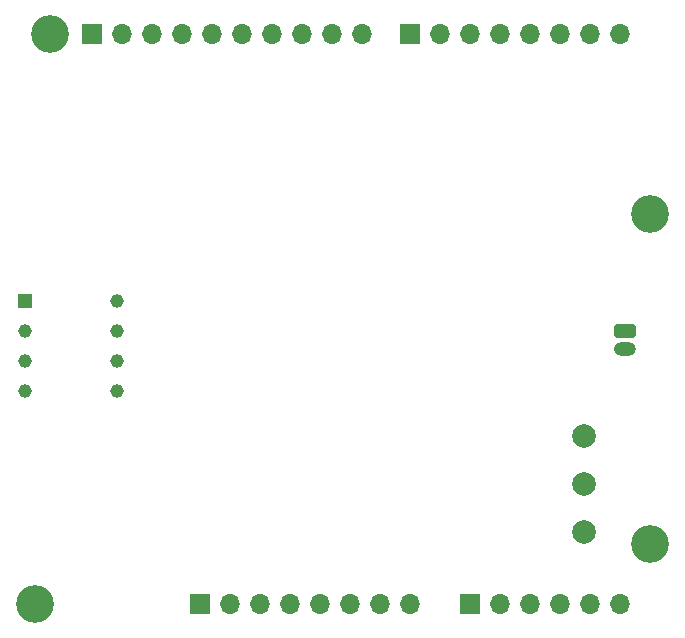
<source format=gbr>
%TF.GenerationSoftware,KiCad,Pcbnew,7.0.11-7.0.11~ubuntu22.04.1*%
%TF.CreationDate,2024-03-05T16:26:23-05:00*%
%TF.ProjectId,PCB,5043422e-6b69-4636-9164-5f7063625858,rev?*%
%TF.SameCoordinates,Original*%
%TF.FileFunction,Soldermask,Bot*%
%TF.FilePolarity,Negative*%
%FSLAX46Y46*%
G04 Gerber Fmt 4.6, Leading zero omitted, Abs format (unit mm)*
G04 Created by KiCad (PCBNEW 7.0.11-7.0.11~ubuntu22.04.1) date 2024-03-05 16:26:23*
%MOMM*%
%LPD*%
G01*
G04 APERTURE LIST*
G04 Aperture macros list*
%AMRoundRect*
0 Rectangle with rounded corners*
0 $1 Rounding radius*
0 $2 $3 $4 $5 $6 $7 $8 $9 X,Y pos of 4 corners*
0 Add a 4 corners polygon primitive as box body*
4,1,4,$2,$3,$4,$5,$6,$7,$8,$9,$2,$3,0*
0 Add four circle primitives for the rounded corners*
1,1,$1+$1,$2,$3*
1,1,$1+$1,$4,$5*
1,1,$1+$1,$6,$7*
1,1,$1+$1,$8,$9*
0 Add four rect primitives between the rounded corners*
20,1,$1+$1,$2,$3,$4,$5,0*
20,1,$1+$1,$4,$5,$6,$7,0*
20,1,$1+$1,$6,$7,$8,$9,0*
20,1,$1+$1,$8,$9,$2,$3,0*%
G04 Aperture macros list end*
%ADD10R,1.700000X1.700000*%
%ADD11O,1.700000X1.700000*%
%ADD12C,2.000000*%
%ADD13R,1.159000X1.159000*%
%ADD14C,1.159000*%
%ADD15C,3.200000*%
%ADD16RoundRect,0.250000X-0.685000X0.335000X-0.685000X-0.335000X0.685000X-0.335000X0.685000X0.335000X0*%
%ADD17O,1.870000X1.170000*%
G04 APERTURE END LIST*
D10*
%TO.C,J1*%
X127940000Y-97460000D03*
D11*
X130480000Y-97460000D03*
X133020000Y-97460000D03*
X135560000Y-97460000D03*
X138100000Y-97460000D03*
X140640000Y-97460000D03*
X143180000Y-97460000D03*
X145720000Y-97460000D03*
%TD*%
D10*
%TO.C,J3*%
X150800000Y-97460000D03*
D11*
X153340000Y-97460000D03*
X155880000Y-97460000D03*
X158420000Y-97460000D03*
X160960000Y-97460000D03*
X163500000Y-97460000D03*
%TD*%
D10*
%TO.C,J2*%
X118796000Y-49200000D03*
D11*
X121336000Y-49200000D03*
X123876000Y-49200000D03*
X126416000Y-49200000D03*
X128956000Y-49200000D03*
X131496000Y-49200000D03*
X134036000Y-49200000D03*
X136576000Y-49200000D03*
X139116000Y-49200000D03*
X141656000Y-49200000D03*
%TD*%
D10*
%TO.C,J4*%
X145720000Y-49200000D03*
D11*
X148260000Y-49200000D03*
X150800000Y-49200000D03*
X153340000Y-49200000D03*
X155880000Y-49200000D03*
X158420000Y-49200000D03*
X160960000Y-49200000D03*
X163500000Y-49200000D03*
%TD*%
D12*
%TO.C,J8*%
X160401200Y-91350000D03*
%TD*%
D13*
%TO.C,U1*%
X113074500Y-71806000D03*
D14*
X113074500Y-74346000D03*
X113074500Y-76886000D03*
X113074500Y-79426000D03*
X120884500Y-79426000D03*
X120884500Y-76886000D03*
X120884500Y-74346000D03*
X120884500Y-71806000D03*
%TD*%
D15*
%TO.C,MH1*%
X115240000Y-49200000D03*
%TD*%
D12*
%TO.C,J5*%
X160401200Y-83250000D03*
%TD*%
D16*
%TO.C,J6*%
X163881000Y-74370000D03*
D17*
X163881000Y-75870000D03*
%TD*%
D12*
%TO.C,J7*%
X160401200Y-87300000D03*
%TD*%
D15*
%TO.C,MH2*%
X113970000Y-97460000D03*
%TD*%
%TO.C,MH3*%
X166040000Y-64440000D03*
%TD*%
%TO.C,MH4*%
X166040000Y-92380000D03*
%TD*%
M02*

</source>
